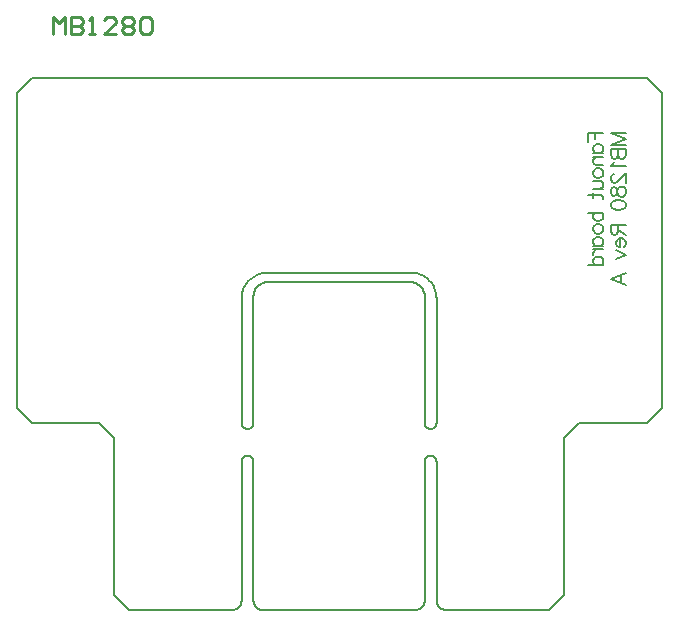
<source format=gbr>
%FSTAX23Y23*%
%MOIN*%
%SFA1B1*%

%IPPOS*%
%ADD19C,0.005000*%
%ADD21C,0.010000*%
%ADD31C,0.006000*%
%LNmb1280-1*%
%LPD*%
G54D19*
X01399Y-01741D02*
D01*
X01399Y-01744*
X01399Y-01746*
X01399Y-01748*
X014Y-0175*
X01401Y-01753*
X01401Y-01755*
X01402Y-01757*
X01404Y-01759*
X01405Y-01761*
X01406Y-01763*
X01408Y-01764*
X0141Y-01766*
X01411Y-01767*
X01413Y-01769*
X01415Y-0177*
X01417Y-01771*
X01419Y-01772*
X01422Y-01773*
X01424Y-01774*
X01426Y-01774*
X01428Y-01774*
X01431Y-01774*
X01432Y-01775*
X00749Y-0115D02*
D01*
X00749Y-01151*
X00749Y-01153*
X00749Y-01154*
X0075Y-01155*
X0075Y-01157*
X00751Y-01158*
X00751Y-01159*
X00752Y-0116*
X00753Y-01161*
X00754Y-01163*
X00754Y-01164*
X00755Y-01165*
X00756Y-01165*
X00758Y-01166*
X00759Y-01167*
X0076Y-01168*
X00761Y-01168*
X00763Y-01169*
X00764Y-01169*
X00765Y-01169*
X00767Y-01169*
X00768Y-0117*
X00769*
X00771Y-01169*
X00772Y-01169*
X00773Y-01169*
X00775Y-01169*
X00776Y-01168*
X00777Y-01168*
X00778Y-01167*
X0078Y-01166*
X00781Y-01165*
X00782Y-01165*
X00783Y-01164*
X00784Y-01163*
X00785Y-01161*
X00785Y-0116*
X00786Y-01159*
X00787Y-01158*
X00787Y-01157*
X00788Y-01155*
X00788Y-01154*
X00788Y-01153*
X00788Y-01151*
X00788Y-0115*
X00835Y-0065D02*
D01*
X00829Y-0065*
X00823Y-00651*
X00817Y-00652*
X00811Y-00653*
X00806Y-00655*
X008Y-00657*
X00795Y-0066*
X0079Y-00663*
X00785Y-00666*
X0078Y-0067*
X00775Y-00674*
X00771Y-00678*
X00767Y-00683*
X00764Y-00688*
X0076Y-00693*
X00758Y-00698*
X00755Y-00704*
X00753Y-0071*
X00751Y-00715*
X0075Y-00721*
X00749Y-00727*
X00749Y-00733*
X00749Y-00736*
X00835Y-00681D02*
D01*
X00832Y-00682*
X00829Y-00682*
X00825Y-00682*
X00822Y-00683*
X00819Y-00684*
X00816Y-00685*
X00813Y-00687*
X0081Y-00689*
X00808Y-0069*
X00805Y-00692*
X00803Y-00695*
X008Y-00697*
X00798Y-00699*
X00796Y-00702*
X00795Y-00705*
X00793Y-00708*
X00792Y-00711*
X00791Y-00714*
X0079Y-00717*
X00789Y-0072*
X00789Y-00723*
X00788Y-00727*
X00788Y-00728*
X01359D02*
D01*
X01359Y-00725*
X01359Y-00722*
X01358Y-00718*
X01357Y-00715*
X01356Y-00712*
X01355Y-00709*
X01354Y-00706*
X01352Y-00703*
X0135Y-00701*
X01348Y-00698*
X01346Y-00696*
X01344Y-00693*
X01341Y-00691*
X01338Y-00689*
X01336Y-00688*
X01333Y-00686*
X0133Y-00685*
X01327Y-00684*
X01324Y-00683*
X0132Y-00682*
X01317Y-00682*
X01314Y-00681*
X01312Y-00681*
X01399Y-00734D02*
D01*
X01398Y-00729*
X01398Y-00723*
X01397Y-00717*
X01395Y-00711*
X01393Y-00706*
X01391Y-007*
X01389Y-00695*
X01386Y-0069*
X01382Y-00685*
X01379Y-0068*
X01375Y-00676*
X01371Y-00672*
X01366Y-00668*
X01361Y-00664*
X01356Y-00661*
X01351Y-00658*
X01346Y-00656*
X0134Y-00654*
X01334Y-00652*
X01329Y-00651*
X01323Y-0065*
X01317Y-0065*
X01314Y-0065*
X01359Y-0115D02*
D01*
X01359Y-01151*
X01359Y-01153*
X0136Y-01154*
X0136Y-01155*
X0136Y-01157*
X01361Y-01158*
X01361Y-01159*
X01362Y-0116*
X01363Y-01161*
X01364Y-01163*
X01365Y-01164*
X01366Y-01165*
X01367Y-01165*
X01368Y-01166*
X01369Y-01167*
X0137Y-01168*
X01371Y-01168*
X01373Y-01169*
X01374Y-01169*
X01375Y-01169*
X01377Y-01169*
X01378Y-0117*
X0138*
X01381Y-01169*
X01382Y-01169*
X01384Y-01169*
X01385Y-01169*
X01386Y-01168*
X01387Y-01168*
X01389Y-01167*
X0139Y-01166*
X01391Y-01165*
X01392Y-01165*
X01393Y-01164*
X01394Y-01163*
X01395Y-01161*
X01396Y-0116*
X01396Y-01159*
X01397Y-01158*
X01397Y-01157*
X01398Y-01155*
X01398Y-01154*
X01398Y-01153*
X01398Y-01151*
X01399Y-0115*
Y-01278D02*
D01*
X01398Y-01277*
X01398Y-01276*
X01398Y-01274*
X01398Y-01273*
X01397Y-01272*
X01397Y-0127*
X01396Y-01269*
X01396Y-01268*
X01395Y-01267*
X01394Y-01266*
X01393Y-01265*
X01392Y-01264*
X01391Y-01263*
X0139Y-01262*
X01389Y-01261*
X01387Y-01261*
X01386Y-0126*
X01385Y-0126*
X01384Y-01259*
X01382Y-01259*
X01381Y-01259*
X0138Y-01259*
X01378*
X01377Y-01259*
X01375Y-01259*
X01374Y-01259*
X01373Y-0126*
X01371Y-0126*
X0137Y-01261*
X01369Y-01261*
X01368Y-01262*
X01367Y-01263*
X01366Y-01264*
X01365Y-01265*
X01364Y-01266*
X01363Y-01267*
X01362Y-01268*
X01361Y-01269*
X01361Y-0127*
X0136Y-01272*
X0136Y-01273*
X0136Y-01274*
X01359Y-01276*
X01359Y-01277*
X01359Y-01278*
X00716Y-01775D02*
D01*
X00718Y-01774*
X0072Y-01774*
X00723Y-01774*
X00725Y-01773*
X00727Y-01772*
X00729Y-01772*
X00731Y-01771*
X00733Y-01769*
X00735Y-01768*
X00737Y-01767*
X00739Y-01765*
X0074Y-01763*
X00742Y-01762*
X00743Y-0176*
X00744Y-01758*
X00746Y-01756*
X00746Y-01754*
X00747Y-01751*
X00748Y-01749*
X00748Y-01747*
X00749Y-01745*
X00749Y-01742*
X00749Y-01741*
X00788Y-01278D02*
D01*
X00788Y-01277*
X00788Y-01276*
X00788Y-01274*
X00788Y-01273*
X00787Y-01272*
X00787Y-0127*
X00786Y-01269*
X00785Y-01268*
X00785Y-01267*
X00784Y-01266*
X00783Y-01265*
X00782Y-01264*
X00781Y-01263*
X0078Y-01262*
X00778Y-01261*
X00777Y-01261*
X00776Y-0126*
X00775Y-0126*
X00773Y-01259*
X00772Y-01259*
X00771Y-01259*
X00769Y-01259*
X00768*
X00767Y-01259*
X00765Y-01259*
X00764Y-01259*
X00763Y-0126*
X00761Y-0126*
X0076Y-01261*
X00759Y-01261*
X00758Y-01262*
X00756Y-01263*
X00755Y-01264*
X00754Y-01265*
X00754Y-01266*
X00753Y-01267*
X00752Y-01268*
X00751Y-01269*
X00751Y-0127*
X0075Y-01272*
X0075Y-01273*
X00749Y-01274*
X00749Y-01276*
X00749Y-01277*
X00749Y-01278*
X00788Y-01741D02*
D01*
X00788Y-01744*
X00789Y-01746*
X00789Y-01748*
X0079Y-0175*
X0079Y-01753*
X00791Y-01755*
X00792Y-01757*
X00793Y-01759*
X00795Y-01761*
X00796Y-01763*
X00798Y-01764*
X00799Y-01766*
X00801Y-01767*
X00803Y-01769*
X00805Y-0177*
X00807Y-01771*
X00809Y-01772*
X00811Y-01773*
X00814Y-01774*
X00816Y-01774*
X00818Y-01774*
X0082Y-01774*
X00822Y-01775*
X01326D02*
D01*
X01328Y-01774*
X0133Y-01774*
X01333Y-01774*
X01335Y-01773*
X01337Y-01772*
X01339Y-01772*
X01341Y-01771*
X01343Y-01769*
X01345Y-01768*
X01347Y-01767*
X01349Y-01765*
X01351Y-01763*
X01352Y-01762*
X01353Y-0176*
X01355Y-01758*
X01356Y-01756*
X01357Y-01754*
X01358Y-01751*
X01358Y-01749*
X01359Y-01747*
X01359Y-01745*
X01359Y-01742*
X01359Y-01741*
X00749Y-0115D02*
Y-00736D01*
X00788Y-0115D02*
Y-00728D01*
X00835Y-00681D02*
X01312D01*
X00835Y-0065D02*
X01314D01*
X01359Y-0115D02*
Y-00728D01*
X01399Y-0115D02*
Y-00734D01*
X00275Y-0115D02*
X00325Y-012D01*
X0005Y-0115D02*
X00275D01*
X0Y-011D02*
X0005Y-0115D01*
X01875D02*
X021D01*
X0215Y-011*
X01825Y-012D02*
X01875Y-0115D01*
X01359Y-01741D02*
Y-0128D01*
X01399D02*
X01399Y-01741D01*
X00749D02*
Y-0128D01*
X00788Y-01741D02*
Y-0128D01*
X00822Y-01775D02*
X01326D01*
X0Y-0005D02*
X0005Y0D01*
X0Y-011D02*
Y-0005D01*
X00375Y-01775D02*
X00716D01*
X00325Y-01725D02*
X00375Y-01775D01*
X00325Y-01725D02*
Y-012D01*
X01775Y-01775D02*
X01825Y-01725D01*
X01432Y-01775D02*
X01775D01*
X01825Y-01725D02*
Y-012D01*
X0005Y0D02*
X021D01*
X0215Y-0005*
Y-011D02*
Y-0005D01*
G54D21*
X0012Y00145D02*
Y00204D01*
X00139Y00184*
X00159Y00204*
Y00145*
X00179Y00204D02*
Y00145D01*
X00209*
X00219Y00155*
Y00164*
X00209Y00174*
X00179*
X00209*
X00219Y00184*
Y00194*
X00209Y00204*
X00179*
X00239Y00145D02*
X00259D01*
X00249*
Y00204*
X00239Y00194*
X00329Y00145D02*
X00289D01*
X00329Y00184*
Y00194*
X00319Y00204*
X00299*
X00289Y00194*
X00349D02*
X00359Y00204D01*
X00379*
X00389Y00194*
Y00184*
X00379Y00174*
X00389Y00164*
Y00155*
X00379Y00145*
X00359*
X00349Y00155*
Y00164*
X00359Y00174*
X00349Y00184*
Y00194*
X00359Y00174D02*
X00379D01*
X00409Y00194D02*
X00419Y00204D01*
X00439*
X00449Y00194*
Y00155*
X00439Y00145*
X00419*
X00409Y00155*
Y00194*
G54D31*
X01905Y-00185D02*
X01955D01*
X01905D02*
Y-00215D01*
X01928Y-00185D02*
Y-00204D01*
X01921Y-0025D02*
X01955D01*
X01928D02*
X01924Y-00245D01*
X01921Y-0024*
Y-00233*
X01924Y-00228*
X01928Y-00224*
X01935Y-00221*
X0194*
X01947Y-00224*
X01952Y-00228*
X01955Y-00233*
Y-0024*
X01952Y-00245*
X01947Y-0025*
X01921Y-00263D02*
X01955D01*
X01931D02*
X01924Y-0027D01*
X01921Y-00275*
Y-00282*
X01924Y-00287*
X01931Y-00289*
X01955*
X01921Y-00314D02*
X01924Y-00309D01*
X01928Y-00305*
X01935Y-00302*
X0194*
X01947Y-00305*
X01952Y-00309*
X01955Y-00314*
Y-00321*
X01952Y-00326*
X01947Y-00331*
X0194Y-00333*
X01935*
X01928Y-00331*
X01924Y-00326*
X01921Y-00321*
Y-00314*
Y-00344D02*
X01945D01*
X01952Y-00347*
X01955Y-00351*
Y-00359*
X01952Y-00363*
X01945Y-0037*
X01921D02*
X01955D01*
X01905Y-00391D02*
X01945D01*
X01952Y-00393*
X01955Y-00398*
Y-00403*
X01921Y-00384D02*
Y-004D01*
X01905Y-00449D02*
X01955D01*
X01928D02*
X01924Y-00454D01*
X01921Y-00458*
Y-00466*
X01924Y-0047*
X01928Y-00475*
X01935Y-00478*
X0194*
X01947Y-00475*
X01952Y-0047*
X01955Y-00466*
Y-00458*
X01952Y-00454*
X01947Y-00449*
X01921Y-005D02*
X01924Y-00495D01*
X01928Y-00491*
X01935Y-00488*
X0194*
X01947Y-00491*
X01952Y-00495*
X01955Y-005*
Y-00507*
X01952Y-00512*
X01947Y-00517*
X0194Y-00519*
X01935*
X01928Y-00517*
X01924Y-00512*
X01921Y-00507*
Y-005*
Y-00559D02*
X01955D01*
X01928D02*
X01924Y-00554D01*
X01921Y-00549*
Y-00542*
X01924Y-00537*
X01928Y-00533*
X01935Y-0053*
X0194*
X01947Y-00533*
X01952Y-00537*
X01955Y-00542*
Y-00549*
X01952Y-00554*
X01947Y-00559*
X01921Y-00572D02*
X01955D01*
X01935D02*
X01928Y-00574D01*
X01924Y-00579*
X01921Y-00584*
Y-00591*
X01905Y-00624D02*
X01955D01*
X01928D02*
X01924Y-00619D01*
X01921Y-00615*
Y-00608*
X01924Y-00603*
X01928Y-00598*
X01935Y-00596*
X0194*
X01947Y-00598*
X01952Y-00603*
X01955Y-00608*
Y-00615*
X01952Y-00619*
X01947Y-00624*
X0198Y-00185D02*
X0203D01*
X0198D02*
X0203Y-00204D01*
X0198Y-00223D02*
X0203Y-00204D01*
X0198Y-00223D02*
X0203D01*
X0198Y-00237D02*
X0203D01*
X0198D02*
Y-00258D01*
X01982Y-00265*
X01984Y-00268*
X01989Y-0027*
X01994*
X01999Y-00268*
X02001Y-00265*
X02003Y-00258*
Y-00237D02*
Y-00258D01*
X02006Y-00265*
X02008Y-00268*
X02013Y-0027*
X0202*
X02025Y-00268*
X02027Y-00265*
X0203Y-00258*
Y-00237*
X01989Y-00281D02*
X01987Y-00286D01*
X0198Y-00293*
X0203*
X01991Y-0032D02*
X01989D01*
X01984Y-00323*
X01982Y-00325*
X0198Y-0033*
Y-00339*
X01982Y-00344*
X01984Y-00347*
X01989Y-00349*
X01994*
X01999Y-00347*
X02006Y-00342*
X0203Y-00318*
Y-00351*
X0198Y-00374D02*
X01982Y-00367D01*
X01987Y-00365*
X01991*
X01996Y-00367*
X01999Y-00372*
X02001Y-00382*
X02003Y-00389*
X02008Y-00394*
X02013Y-00396*
X0202*
X02025Y-00394*
X02027Y-00391*
X0203Y-00384*
Y-00374*
X02027Y-00367*
X02025Y-00365*
X0202Y-00363*
X02013*
X02008Y-00365*
X02003Y-0037*
X02001Y-00377*
X01999Y-00386*
X01996Y-00391*
X01991Y-00394*
X01987*
X01982Y-00391*
X0198Y-00384*
Y-00374*
Y-00421D02*
X01982Y-00414D01*
X01989Y-00409*
X02001Y-00407*
X02008*
X0202Y-00409*
X02027Y-00414*
X0203Y-00421*
Y-00426*
X02027Y-00433*
X0202Y-00438*
X02008Y-0044*
X02001*
X01989Y-00438*
X01982Y-00433*
X0198Y-00426*
Y-00421*
Y-00491D02*
X0203D01*
X0198D02*
Y-00512D01*
X01982Y-00519*
X01984Y-00522*
X01989Y-00524*
X01994*
X01999Y-00522*
X02001Y-00519*
X02003Y-00512*
Y-00491*
Y-00508D02*
X0203Y-00524D01*
X0201Y-00535D02*
Y-00564D01*
X02006*
X02001Y-00562*
X01999Y-00559*
X01996Y-00554*
Y-00547*
X01999Y-00543*
X02003Y-00538*
X0201Y-00535*
X02015*
X02022Y-00538*
X02027Y-00543*
X0203Y-00547*
Y-00554*
X02027Y-00559*
X02022Y-00564*
X01996Y-00575D02*
X0203Y-00589D01*
X01996Y-00603D02*
X0203Y-00589D01*
Y-00689D02*
X0198Y-0067D01*
X0203Y-00651*
X02013Y-00658D02*
Y-00682D01*
M02*
</source>
